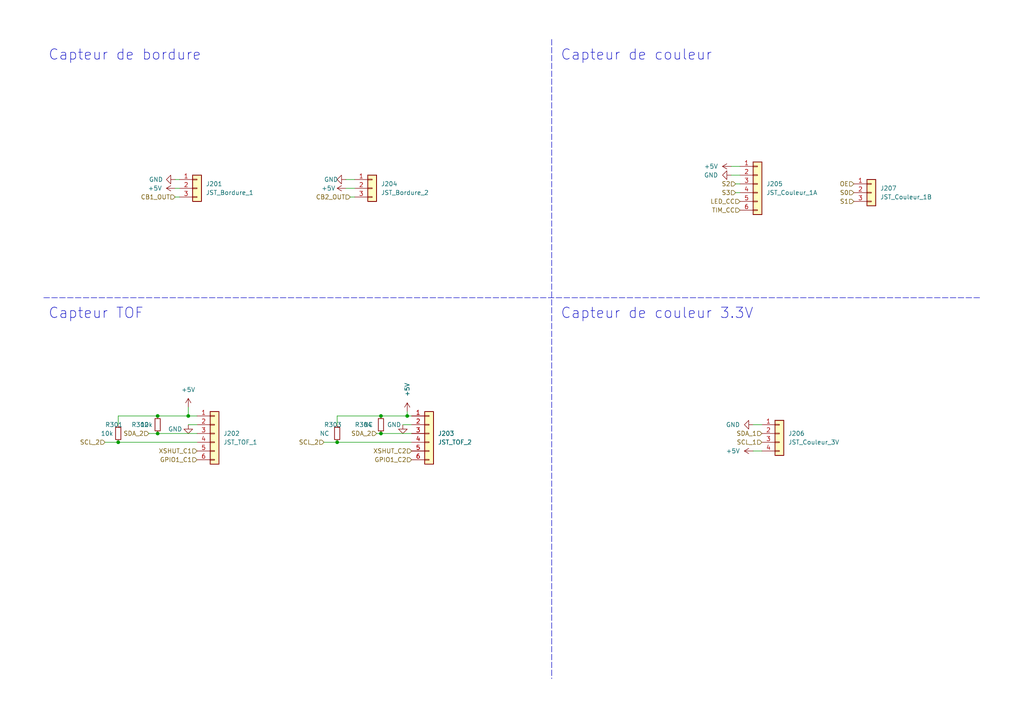
<source format=kicad_sch>
(kicad_sch (version 20211123) (generator eeschema)

  (uuid ec5a4540-0985-495d-a129-6f3345fe34a0)

  (paper "A4")

  (lib_symbols
    (symbol "Connector_Generic:Conn_01x03" (pin_names (offset 1.016) hide) (in_bom yes) (on_board yes)
      (property "Reference" "J" (id 0) (at 0 5.08 0)
        (effects (font (size 1.27 1.27)))
      )
      (property "Value" "Conn_01x03" (id 1) (at 0 -5.08 0)
        (effects (font (size 1.27 1.27)))
      )
      (property "Footprint" "" (id 2) (at 0 0 0)
        (effects (font (size 1.27 1.27)) hide)
      )
      (property "Datasheet" "~" (id 3) (at 0 0 0)
        (effects (font (size 1.27 1.27)) hide)
      )
      (property "ki_keywords" "connector" (id 4) (at 0 0 0)
        (effects (font (size 1.27 1.27)) hide)
      )
      (property "ki_description" "Generic connector, single row, 01x03, script generated (kicad-library-utils/schlib/autogen/connector/)" (id 5) (at 0 0 0)
        (effects (font (size 1.27 1.27)) hide)
      )
      (property "ki_fp_filters" "Connector*:*_1x??_*" (id 6) (at 0 0 0)
        (effects (font (size 1.27 1.27)) hide)
      )
      (symbol "Conn_01x03_1_1"
        (rectangle (start -1.27 -2.413) (end 0 -2.667)
          (stroke (width 0.1524) (type default) (color 0 0 0 0))
          (fill (type none))
        )
        (rectangle (start -1.27 0.127) (end 0 -0.127)
          (stroke (width 0.1524) (type default) (color 0 0 0 0))
          (fill (type none))
        )
        (rectangle (start -1.27 2.667) (end 0 2.413)
          (stroke (width 0.1524) (type default) (color 0 0 0 0))
          (fill (type none))
        )
        (rectangle (start -1.27 3.81) (end 1.27 -3.81)
          (stroke (width 0.254) (type default) (color 0 0 0 0))
          (fill (type background))
        )
        (pin passive line (at -5.08 2.54 0) (length 3.81)
          (name "Pin_1" (effects (font (size 1.27 1.27))))
          (number "1" (effects (font (size 1.27 1.27))))
        )
        (pin passive line (at -5.08 0 0) (length 3.81)
          (name "Pin_2" (effects (font (size 1.27 1.27))))
          (number "2" (effects (font (size 1.27 1.27))))
        )
        (pin passive line (at -5.08 -2.54 0) (length 3.81)
          (name "Pin_3" (effects (font (size 1.27 1.27))))
          (number "3" (effects (font (size 1.27 1.27))))
        )
      )
    )
    (symbol "Connector_Generic:Conn_01x04" (pin_names (offset 1.016) hide) (in_bom yes) (on_board yes)
      (property "Reference" "J" (id 0) (at 0 5.08 0)
        (effects (font (size 1.27 1.27)))
      )
      (property "Value" "Conn_01x04" (id 1) (at 0 -7.62 0)
        (effects (font (size 1.27 1.27)))
      )
      (property "Footprint" "" (id 2) (at 0 0 0)
        (effects (font (size 1.27 1.27)) hide)
      )
      (property "Datasheet" "~" (id 3) (at 0 0 0)
        (effects (font (size 1.27 1.27)) hide)
      )
      (property "ki_keywords" "connector" (id 4) (at 0 0 0)
        (effects (font (size 1.27 1.27)) hide)
      )
      (property "ki_description" "Generic connector, single row, 01x04, script generated (kicad-library-utils/schlib/autogen/connector/)" (id 5) (at 0 0 0)
        (effects (font (size 1.27 1.27)) hide)
      )
      (property "ki_fp_filters" "Connector*:*_1x??_*" (id 6) (at 0 0 0)
        (effects (font (size 1.27 1.27)) hide)
      )
      (symbol "Conn_01x04_1_1"
        (rectangle (start -1.27 -4.953) (end 0 -5.207)
          (stroke (width 0.1524) (type default) (color 0 0 0 0))
          (fill (type none))
        )
        (rectangle (start -1.27 -2.413) (end 0 -2.667)
          (stroke (width 0.1524) (type default) (color 0 0 0 0))
          (fill (type none))
        )
        (rectangle (start -1.27 0.127) (end 0 -0.127)
          (stroke (width 0.1524) (type default) (color 0 0 0 0))
          (fill (type none))
        )
        (rectangle (start -1.27 2.667) (end 0 2.413)
          (stroke (width 0.1524) (type default) (color 0 0 0 0))
          (fill (type none))
        )
        (rectangle (start -1.27 3.81) (end 1.27 -6.35)
          (stroke (width 0.254) (type default) (color 0 0 0 0))
          (fill (type background))
        )
        (pin passive line (at -5.08 2.54 0) (length 3.81)
          (name "Pin_1" (effects (font (size 1.27 1.27))))
          (number "1" (effects (font (size 1.27 1.27))))
        )
        (pin passive line (at -5.08 0 0) (length 3.81)
          (name "Pin_2" (effects (font (size 1.27 1.27))))
          (number "2" (effects (font (size 1.27 1.27))))
        )
        (pin passive line (at -5.08 -2.54 0) (length 3.81)
          (name "Pin_3" (effects (font (size 1.27 1.27))))
          (number "3" (effects (font (size 1.27 1.27))))
        )
        (pin passive line (at -5.08 -5.08 0) (length 3.81)
          (name "Pin_4" (effects (font (size 1.27 1.27))))
          (number "4" (effects (font (size 1.27 1.27))))
        )
      )
    )
    (symbol "Connector_Generic:Conn_01x06" (pin_names (offset 1.016) hide) (in_bom yes) (on_board yes)
      (property "Reference" "J" (id 0) (at 0 7.62 0)
        (effects (font (size 1.27 1.27)))
      )
      (property "Value" "Conn_01x06" (id 1) (at 0 -10.16 0)
        (effects (font (size 1.27 1.27)))
      )
      (property "Footprint" "" (id 2) (at 0 0 0)
        (effects (font (size 1.27 1.27)) hide)
      )
      (property "Datasheet" "~" (id 3) (at 0 0 0)
        (effects (font (size 1.27 1.27)) hide)
      )
      (property "ki_keywords" "connector" (id 4) (at 0 0 0)
        (effects (font (size 1.27 1.27)) hide)
      )
      (property "ki_description" "Generic connector, single row, 01x06, script generated (kicad-library-utils/schlib/autogen/connector/)" (id 5) (at 0 0 0)
        (effects (font (size 1.27 1.27)) hide)
      )
      (property "ki_fp_filters" "Connector*:*_1x??_*" (id 6) (at 0 0 0)
        (effects (font (size 1.27 1.27)) hide)
      )
      (symbol "Conn_01x06_1_1"
        (rectangle (start -1.27 -7.493) (end 0 -7.747)
          (stroke (width 0.1524) (type default) (color 0 0 0 0))
          (fill (type none))
        )
        (rectangle (start -1.27 -4.953) (end 0 -5.207)
          (stroke (width 0.1524) (type default) (color 0 0 0 0))
          (fill (type none))
        )
        (rectangle (start -1.27 -2.413) (end 0 -2.667)
          (stroke (width 0.1524) (type default) (color 0 0 0 0))
          (fill (type none))
        )
        (rectangle (start -1.27 0.127) (end 0 -0.127)
          (stroke (width 0.1524) (type default) (color 0 0 0 0))
          (fill (type none))
        )
        (rectangle (start -1.27 2.667) (end 0 2.413)
          (stroke (width 0.1524) (type default) (color 0 0 0 0))
          (fill (type none))
        )
        (rectangle (start -1.27 5.207) (end 0 4.953)
          (stroke (width 0.1524) (type default) (color 0 0 0 0))
          (fill (type none))
        )
        (rectangle (start -1.27 6.35) (end 1.27 -8.89)
          (stroke (width 0.254) (type default) (color 0 0 0 0))
          (fill (type background))
        )
        (pin passive line (at -5.08 5.08 0) (length 3.81)
          (name "Pin_1" (effects (font (size 1.27 1.27))))
          (number "1" (effects (font (size 1.27 1.27))))
        )
        (pin passive line (at -5.08 2.54 0) (length 3.81)
          (name "Pin_2" (effects (font (size 1.27 1.27))))
          (number "2" (effects (font (size 1.27 1.27))))
        )
        (pin passive line (at -5.08 0 0) (length 3.81)
          (name "Pin_3" (effects (font (size 1.27 1.27))))
          (number "3" (effects (font (size 1.27 1.27))))
        )
        (pin passive line (at -5.08 -2.54 0) (length 3.81)
          (name "Pin_4" (effects (font (size 1.27 1.27))))
          (number "4" (effects (font (size 1.27 1.27))))
        )
        (pin passive line (at -5.08 -5.08 0) (length 3.81)
          (name "Pin_5" (effects (font (size 1.27 1.27))))
          (number "5" (effects (font (size 1.27 1.27))))
        )
        (pin passive line (at -5.08 -7.62 0) (length 3.81)
          (name "Pin_6" (effects (font (size 1.27 1.27))))
          (number "6" (effects (font (size 1.27 1.27))))
        )
      )
    )
    (symbol "Device:R_Small" (pin_numbers hide) (pin_names (offset 0.254) hide) (in_bom yes) (on_board yes)
      (property "Reference" "R" (id 0) (at 0.762 0.508 0)
        (effects (font (size 1.27 1.27)) (justify left))
      )
      (property "Value" "R_Small" (id 1) (at 0.762 -1.016 0)
        (effects (font (size 1.27 1.27)) (justify left))
      )
      (property "Footprint" "" (id 2) (at 0 0 0)
        (effects (font (size 1.27 1.27)) hide)
      )
      (property "Datasheet" "~" (id 3) (at 0 0 0)
        (effects (font (size 1.27 1.27)) hide)
      )
      (property "ki_keywords" "R resistor" (id 4) (at 0 0 0)
        (effects (font (size 1.27 1.27)) hide)
      )
      (property "ki_description" "Resistor, small symbol" (id 5) (at 0 0 0)
        (effects (font (size 1.27 1.27)) hide)
      )
      (property "ki_fp_filters" "R_*" (id 6) (at 0 0 0)
        (effects (font (size 1.27 1.27)) hide)
      )
      (symbol "R_Small_0_1"
        (rectangle (start -0.762 1.778) (end 0.762 -1.778)
          (stroke (width 0.2032) (type default) (color 0 0 0 0))
          (fill (type none))
        )
      )
      (symbol "R_Small_1_1"
        (pin passive line (at 0 2.54 270) (length 0.762)
          (name "~" (effects (font (size 1.27 1.27))))
          (number "1" (effects (font (size 1.27 1.27))))
        )
        (pin passive line (at 0 -2.54 90) (length 0.762)
          (name "~" (effects (font (size 1.27 1.27))))
          (number "2" (effects (font (size 1.27 1.27))))
        )
      )
    )
    (symbol "power:+5V" (power) (pin_names (offset 0)) (in_bom yes) (on_board yes)
      (property "Reference" "#PWR" (id 0) (at 0 -3.81 0)
        (effects (font (size 1.27 1.27)) hide)
      )
      (property "Value" "+5V" (id 1) (at 0 3.556 0)
        (effects (font (size 1.27 1.27)))
      )
      (property "Footprint" "" (id 2) (at 0 0 0)
        (effects (font (size 1.27 1.27)) hide)
      )
      (property "Datasheet" "" (id 3) (at 0 0 0)
        (effects (font (size 1.27 1.27)) hide)
      )
      (property "ki_keywords" "power-flag" (id 4) (at 0 0 0)
        (effects (font (size 1.27 1.27)) hide)
      )
      (property "ki_description" "Power symbol creates a global label with name \"+5V\"" (id 5) (at 0 0 0)
        (effects (font (size 1.27 1.27)) hide)
      )
      (symbol "+5V_0_1"
        (polyline
          (pts
            (xy -0.762 1.27)
            (xy 0 2.54)
          )
          (stroke (width 0) (type default) (color 0 0 0 0))
          (fill (type none))
        )
        (polyline
          (pts
            (xy 0 0)
            (xy 0 2.54)
          )
          (stroke (width 0) (type default) (color 0 0 0 0))
          (fill (type none))
        )
        (polyline
          (pts
            (xy 0 2.54)
            (xy 0.762 1.27)
          )
          (stroke (width 0) (type default) (color 0 0 0 0))
          (fill (type none))
        )
      )
      (symbol "+5V_1_1"
        (pin power_in line (at 0 0 90) (length 0) hide
          (name "+5V" (effects (font (size 1.27 1.27))))
          (number "1" (effects (font (size 1.27 1.27))))
        )
      )
    )
    (symbol "power:GND" (power) (pin_names (offset 0)) (in_bom yes) (on_board yes)
      (property "Reference" "#PWR" (id 0) (at 0 -6.35 0)
        (effects (font (size 1.27 1.27)) hide)
      )
      (property "Value" "GND" (id 1) (at 0 -3.81 0)
        (effects (font (size 1.27 1.27)))
      )
      (property "Footprint" "" (id 2) (at 0 0 0)
        (effects (font (size 1.27 1.27)) hide)
      )
      (property "Datasheet" "" (id 3) (at 0 0 0)
        (effects (font (size 1.27 1.27)) hide)
      )
      (property "ki_keywords" "power-flag" (id 4) (at 0 0 0)
        (effects (font (size 1.27 1.27)) hide)
      )
      (property "ki_description" "Power symbol creates a global label with name \"GND\" , ground" (id 5) (at 0 0 0)
        (effects (font (size 1.27 1.27)) hide)
      )
      (symbol "GND_0_1"
        (polyline
          (pts
            (xy 0 0)
            (xy 0 -1.27)
            (xy 1.27 -1.27)
            (xy 0 -2.54)
            (xy -1.27 -1.27)
            (xy 0 -1.27)
          )
          (stroke (width 0) (type default) (color 0 0 0 0))
          (fill (type none))
        )
      )
      (symbol "GND_1_1"
        (pin power_in line (at 0 0 270) (length 0) hide
          (name "GND" (effects (font (size 1.27 1.27))))
          (number "1" (effects (font (size 1.27 1.27))))
        )
      )
    )
  )

  (junction (at 97.79 128.27) (diameter 0) (color 0 0 0 0)
    (uuid 808d06c7-fc33-462d-9694-96d8f99d5ff0)
  )
  (junction (at 34.29 128.27) (diameter 0) (color 0 0 0 0)
    (uuid 903a1ca5-797e-4239-a8ec-f4db9fe35c76)
  )
  (junction (at 45.72 120.65) (diameter 0) (color 0 0 0 0)
    (uuid a97b441b-734f-4592-a431-1e87f507c8f7)
  )
  (junction (at 118.11 120.65) (diameter 0) (color 0 0 0 0)
    (uuid b57e7850-5f41-44b9-a579-c04e914b12f6)
  )
  (junction (at 45.72 125.73) (diameter 0) (color 0 0 0 0)
    (uuid c01135f3-284f-4694-85c7-6c84daa17a95)
  )
  (junction (at 110.49 120.65) (diameter 0) (color 0 0 0 0)
    (uuid c5d2ecb1-ba6c-4c21-bf25-db2217d9f37e)
  )
  (junction (at 54.61 120.65) (diameter 0) (color 0 0 0 0)
    (uuid d48a8670-c3ad-4110-be8f-2bd87dcf0429)
  )
  (junction (at 110.49 125.73) (diameter 0) (color 0 0 0 0)
    (uuid ff3abda5-d26e-4d0d-a4fb-45b45dbca722)
  )

  (wire (pts (xy 97.79 123.19) (xy 97.79 120.65))
    (stroke (width 0) (type default) (color 0 0 0 0))
    (uuid 07e5b2a8-6e02-4b1f-a0b2-8e4e3b55c5af)
  )
  (wire (pts (xy 45.72 120.65) (xy 54.61 120.65))
    (stroke (width 0) (type default) (color 0 0 0 0))
    (uuid 0b369780-0517-434b-a132-bbe93e57bed1)
  )
  (wire (pts (xy 213.36 53.34) (xy 214.63 53.34))
    (stroke (width 0) (type default) (color 0 0 0 0))
    (uuid 10b317ba-7b01-4106-9908-cd17a73e078c)
  )
  (wire (pts (xy 97.79 120.65) (xy 110.49 120.65))
    (stroke (width 0) (type default) (color 0 0 0 0))
    (uuid 1152cbcb-e1bb-49ab-a858-dd56e108628d)
  )
  (wire (pts (xy 212.09 48.26) (xy 214.63 48.26))
    (stroke (width 0) (type default) (color 0 0 0 0))
    (uuid 12b114b7-2649-4235-b184-f9adfda24af8)
  )
  (wire (pts (xy 34.29 120.65) (xy 34.29 123.19))
    (stroke (width 0) (type default) (color 0 0 0 0))
    (uuid 18f89c8f-e5a0-4644-b81e-d149046432dd)
  )
  (wire (pts (xy 50.8 57.15) (xy 52.07 57.15))
    (stroke (width 0) (type default) (color 0 0 0 0))
    (uuid 1aaa90ca-cb41-41fc-9f2e-4d3df022866e)
  )
  (polyline (pts (xy 160.02 11.43) (xy 160.02 196.85))
    (stroke (width 0) (type default) (color 0 0 0 0))
    (uuid 25d3e3ec-2194-4059-a85a-408fbb29deee)
  )

  (wire (pts (xy 34.29 128.27) (xy 57.15 128.27))
    (stroke (width 0) (type default) (color 0 0 0 0))
    (uuid 3099f034-f2c3-4578-a33b-f454d73caab0)
  )
  (wire (pts (xy 218.44 130.81) (xy 220.98 130.81))
    (stroke (width 0) (type default) (color 0 0 0 0))
    (uuid 3414f45f-d95d-4868-867e-1cbe7fbdaf93)
  )
  (wire (pts (xy 213.36 55.88) (xy 214.63 55.88))
    (stroke (width 0) (type default) (color 0 0 0 0))
    (uuid 573912ac-a50c-4f06-b419-0cd2e14c948e)
  )
  (wire (pts (xy 34.29 120.65) (xy 45.72 120.65))
    (stroke (width 0) (type default) (color 0 0 0 0))
    (uuid 577f71ae-76b4-43a5-a996-c180d363856f)
  )
  (wire (pts (xy 119.38 120.65) (xy 118.11 120.65))
    (stroke (width 0) (type default) (color 0 0 0 0))
    (uuid 5b8f0033-a297-4858-a5e3-76acaa2b166e)
  )
  (wire (pts (xy 212.09 50.8) (xy 214.63 50.8))
    (stroke (width 0) (type default) (color 0 0 0 0))
    (uuid 60048984-8d78-4981-8d7b-ff4ec8dbe246)
  )
  (wire (pts (xy 101.6 57.15) (xy 102.87 57.15))
    (stroke (width 0) (type default) (color 0 0 0 0))
    (uuid 601f0877-3e4c-41cc-b436-9fdb4937567d)
  )
  (wire (pts (xy 110.49 120.65) (xy 118.11 120.65))
    (stroke (width 0) (type default) (color 0 0 0 0))
    (uuid 731362ce-bfd4-471f-b77f-182830b4e498)
  )
  (wire (pts (xy 54.61 120.65) (xy 57.15 120.65))
    (stroke (width 0) (type default) (color 0 0 0 0))
    (uuid 7643c57b-313a-4cf8-9134-7757f3342699)
  )
  (wire (pts (xy 30.48 128.27) (xy 34.29 128.27))
    (stroke (width 0) (type default) (color 0 0 0 0))
    (uuid 78dd936a-fbb9-4d37-a7f7-8316dd45c0ac)
  )
  (wire (pts (xy 93.98 128.27) (xy 97.79 128.27))
    (stroke (width 0) (type default) (color 0 0 0 0))
    (uuid 7f647e44-e522-4f68-9d30-6abab621d927)
  )
  (polyline (pts (xy 12.7 86.36) (xy 284.48 86.36))
    (stroke (width 0) (type default) (color 0 0 0 0))
    (uuid 82acf130-d7d8-4164-ab4d-b777c178c28e)
  )

  (wire (pts (xy 50.8 52.07) (xy 52.07 52.07))
    (stroke (width 0) (type default) (color 0 0 0 0))
    (uuid 99337815-17c1-44e6-870d-3959cb3659e3)
  )
  (wire (pts (xy 118.11 120.65) (xy 118.11 119.38))
    (stroke (width 0) (type default) (color 0 0 0 0))
    (uuid 9fc550ec-16c1-4cab-abcd-1e8f18409c0c)
  )
  (wire (pts (xy 100.33 52.07) (xy 102.87 52.07))
    (stroke (width 0) (type default) (color 0 0 0 0))
    (uuid a4a68c57-c987-46ab-840e-728bdb99af42)
  )
  (wire (pts (xy 50.8 54.61) (xy 52.07 54.61))
    (stroke (width 0) (type default) (color 0 0 0 0))
    (uuid a6fa7d41-841b-4c98-a727-7656631e3268)
  )
  (wire (pts (xy 97.79 128.27) (xy 119.38 128.27))
    (stroke (width 0) (type default) (color 0 0 0 0))
    (uuid a7799177-f96c-4cff-9009-0bbf0c63c71f)
  )
  (wire (pts (xy 110.49 125.73) (xy 119.38 125.73))
    (stroke (width 0) (type default) (color 0 0 0 0))
    (uuid a9104fe9-400d-45c8-9b11-bbd04130f260)
  )
  (wire (pts (xy 100.33 54.61) (xy 102.87 54.61))
    (stroke (width 0) (type default) (color 0 0 0 0))
    (uuid b3457a69-91d2-4356-babf-6aba675180c8)
  )
  (wire (pts (xy 109.22 125.73) (xy 110.49 125.73))
    (stroke (width 0) (type default) (color 0 0 0 0))
    (uuid ba1190f3-a19f-4854-82af-b7236bff2003)
  )
  (wire (pts (xy 218.44 123.19) (xy 220.98 123.19))
    (stroke (width 0) (type default) (color 0 0 0 0))
    (uuid c983fb7d-1799-4a03-98da-34901bcc1c34)
  )
  (wire (pts (xy 54.61 123.19) (xy 57.15 123.19))
    (stroke (width 0) (type default) (color 0 0 0 0))
    (uuid ce8a242d-1319-48eb-b141-ed1c571fc1fd)
  )
  (wire (pts (xy 54.61 118.11) (xy 54.61 120.65))
    (stroke (width 0) (type default) (color 0 0 0 0))
    (uuid cfb6df8b-9249-4265-bbe7-0836e318ac61)
  )
  (wire (pts (xy 116.84 123.19) (xy 119.38 123.19))
    (stroke (width 0) (type default) (color 0 0 0 0))
    (uuid e1446e14-dd6f-4bbd-9f03-0403bf3ddb23)
  )
  (wire (pts (xy 43.18 125.73) (xy 45.72 125.73))
    (stroke (width 0) (type default) (color 0 0 0 0))
    (uuid f4f00f54-2503-4452-8cf8-42a339add64a)
  )
  (wire (pts (xy 45.72 125.73) (xy 57.15 125.73))
    (stroke (width 0) (type default) (color 0 0 0 0))
    (uuid f75cab94-d0f9-4e38-8eec-8b721e7e2c70)
  )

  (text "Capteur de couleur" (at 162.56 17.78 0)
    (effects (font (size 3 3)) (justify left bottom))
    (uuid 2ad18a70-921a-4d77-86c2-1be8d6cb6bb9)
  )
  (text "Capteur TOF" (at 13.97 92.71 0)
    (effects (font (size 3 3)) (justify left bottom))
    (uuid 933498c6-9ae8-4196-bc4d-680968e25a13)
  )
  (text "Capteur de couleur 3.3V" (at 162.56 92.71 0)
    (effects (font (size 3 3)) (justify left bottom))
    (uuid c2ea9499-5cad-4c2e-91f2-9bfd20015a95)
  )
  (text "Capteur de bordure\n" (at 13.97 17.78 0)
    (effects (font (size 3 3)) (justify left bottom))
    (uuid fc2d3ffb-a9d7-4dd2-8318-e4214e750106)
  )

  (hierarchical_label "GPIO1_C1" (shape input) (at 57.15 133.35 180)
    (effects (font (size 1.27 1.27)) (justify right))
    (uuid 04d87197-e9b5-476d-be7b-4eb8375239c8)
  )
  (hierarchical_label "OE" (shape input) (at 247.65 53.34 180)
    (effects (font (size 1.27 1.27)) (justify right))
    (uuid 0ab1f21f-55e3-4965-8159-35f030bc784d)
  )
  (hierarchical_label "SDA_2" (shape input) (at 43.18 125.73 180)
    (effects (font (size 1.27 1.27)) (justify right))
    (uuid 15cea1f4-70c2-4544-9512-9bb18715b907)
  )
  (hierarchical_label "S3" (shape input) (at 213.36 55.88 180)
    (effects (font (size 1.27 1.27)) (justify right))
    (uuid 3f566584-dd9d-48fc-b5c0-3cf80ba4f414)
  )
  (hierarchical_label "SCL_2" (shape input) (at 93.98 128.27 180)
    (effects (font (size 1.27 1.27)) (justify right))
    (uuid 41bb7fe7-3600-43c9-b2e4-5fb753beb1c9)
  )
  (hierarchical_label "SCL_2" (shape input) (at 30.48 128.27 180)
    (effects (font (size 1.27 1.27)) (justify right))
    (uuid 47952290-4c50-4226-b1ab-652c3e19f7ef)
  )
  (hierarchical_label "SCL_1" (shape input) (at 220.98 128.27 180)
    (effects (font (size 1.27 1.27)) (justify right))
    (uuid 4f19864d-4dee-4539-994b-d2c74b7ccfbf)
  )
  (hierarchical_label "S1" (shape input) (at 247.65 58.42 180)
    (effects (font (size 1.27 1.27)) (justify right))
    (uuid 6ea5e5b6-231a-40cf-891b-f5e1b1b665ed)
  )
  (hierarchical_label "XSHUT_C2" (shape input) (at 119.38 130.81 180)
    (effects (font (size 1.27 1.27)) (justify right))
    (uuid 6fa56544-e321-41ee-a6c7-b151c924415d)
  )
  (hierarchical_label "LED_CC" (shape input) (at 214.63 58.42 180)
    (effects (font (size 1.27 1.27)) (justify right))
    (uuid 84dbc002-b72b-4a86-93fd-feaffcdd38e4)
  )
  (hierarchical_label "CB1_OUT" (shape input) (at 50.8 57.15 180)
    (effects (font (size 1.27 1.27)) (justify right))
    (uuid 9068ae9a-abad-4d99-984a-77745834fd0b)
  )
  (hierarchical_label "CB2_OUT" (shape input) (at 101.6 57.15 180)
    (effects (font (size 1.27 1.27)) (justify right))
    (uuid a34cfd5c-11af-41e1-b2eb-cadbb703081a)
  )
  (hierarchical_label "SDA_1" (shape input) (at 220.98 125.73 180)
    (effects (font (size 1.27 1.27)) (justify right))
    (uuid ad3e16e0-a751-483d-9813-9ee14f5324ab)
  )
  (hierarchical_label "GPIO1_C2" (shape input) (at 119.38 133.35 180)
    (effects (font (size 1.27 1.27)) (justify right))
    (uuid b11393cb-6d0a-4849-9cbf-64d6538991a4)
  )
  (hierarchical_label "SDA_2" (shape input) (at 109.22 125.73 180)
    (effects (font (size 1.27 1.27)) (justify right))
    (uuid b6b9d4f1-0182-49f0-a301-28b2c045b8bf)
  )
  (hierarchical_label "S2" (shape input) (at 213.36 53.34 180)
    (effects (font (size 1.27 1.27)) (justify right))
    (uuid b7720739-9264-40e6-9f01-8b246bb7a69a)
  )
  (hierarchical_label "S0" (shape input) (at 247.65 55.88 180)
    (effects (font (size 1.27 1.27)) (justify right))
    (uuid bd195daa-e8a3-4704-aac1-f9e476db13f7)
  )
  (hierarchical_label "TIM_CC" (shape input) (at 214.63 60.96 180)
    (effects (font (size 1.27 1.27)) (justify right))
    (uuid d7466375-4d00-45f5-a57f-60decc3acca0)
  )
  (hierarchical_label "XSHUT_C1" (shape input) (at 57.15 130.81 180)
    (effects (font (size 1.27 1.27)) (justify right))
    (uuid e64abac7-9ee3-4136-b43f-56e7b3986e24)
  )

  (symbol (lib_id "Device:R_Small") (at 45.72 123.19 0) (unit 1)
    (in_bom yes) (on_board yes)
    (uuid 01d9cedc-eec4-438f-82a9-32c94b9e87ad)
    (property "Reference" "R302" (id 0) (at 38.1 123.19 0)
      (effects (font (size 1.27 1.27)) (justify left))
    )
    (property "Value" "10k" (id 1) (at 40.64 123.19 0)
      (effects (font (size 1.27 1.27)) (justify left))
    )
    (property "Footprint" "Resistor_SMD:R_0603_1608Metric_Pad0.98x0.95mm_HandSolder" (id 2) (at 45.72 123.19 0)
      (effects (font (size 1.27 1.27)) hide)
    )
    (property "Datasheet" "~" (id 3) (at 45.72 123.19 0)
      (effects (font (size 1.27 1.27)) hide)
    )
    (pin "1" (uuid 7fe7ec63-c3f4-429e-bab4-b1b12d5ef588))
    (pin "2" (uuid 30244db8-3908-4cbe-a748-d98e2f15b269))
  )

  (symbol (lib_id "Connector_Generic:Conn_01x03") (at 107.95 54.61 0) (unit 1)
    (in_bom yes) (on_board yes) (fields_autoplaced)
    (uuid 15c2a788-86f9-41e6-927f-0ea04005bff0)
    (property "Reference" "J204" (id 0) (at 110.49 53.3399 0)
      (effects (font (size 1.27 1.27)) (justify left))
    )
    (property "Value" "JST_Bordure_2" (id 1) (at 110.49 55.8799 0)
      (effects (font (size 1.27 1.27)) (justify left))
    )
    (property "Footprint" "Connector_JST:JST_XH_B3B-XH-A_1x03_P2.50mm_Vertical" (id 2) (at 107.95 54.61 0)
      (effects (font (size 1.27 1.27)) hide)
    )
    (property "Datasheet" "~" (id 3) (at 107.95 54.61 0)
      (effects (font (size 1.27 1.27)) hide)
    )
    (pin "1" (uuid 9663d34b-f877-4744-af4f-ba3e968ace89))
    (pin "2" (uuid 59b6868b-3d11-4aae-9263-46a120dc586e))
    (pin "3" (uuid c068f0de-eab4-494e-8e78-3a032ca321ab))
  )

  (symbol (lib_id "power:+5V") (at 100.33 54.61 90) (unit 1)
    (in_bom yes) (on_board yes)
    (uuid 1a1a7b9f-6194-467c-a081-d9fd3e7d0270)
    (property "Reference" "#PWR0317" (id 0) (at 104.14 54.61 0)
      (effects (font (size 1.27 1.27)) hide)
    )
    (property "Value" "+5V" (id 1) (at 95.25 54.61 90))
    (property "Footprint" "" (id 2) (at 100.33 54.61 0)
      (effects (font (size 1.27 1.27)) hide)
    )
    (property "Datasheet" "" (id 3) (at 100.33 54.61 0)
      (effects (font (size 1.27 1.27)) hide)
    )
    (pin "1" (uuid cd8a4f11-57b7-4058-9597-85eb77def9ee))
  )

  (symbol (lib_id "Connector_Generic:Conn_01x03") (at 252.73 55.88 0) (unit 1)
    (in_bom yes) (on_board yes) (fields_autoplaced)
    (uuid 2d9b734e-ca03-4266-afaf-c4defd37d608)
    (property "Reference" "J207" (id 0) (at 255.27 54.6099 0)
      (effects (font (size 1.27 1.27)) (justify left))
    )
    (property "Value" "JST_Couleur_1B" (id 1) (at 255.27 57.1499 0)
      (effects (font (size 1.27 1.27)) (justify left))
    )
    (property "Footprint" "Connector_JST:JST_XH_B3B-XH-A_1x03_P2.50mm_Vertical" (id 2) (at 252.73 55.88 0)
      (effects (font (size 1.27 1.27)) hide)
    )
    (property "Datasheet" "~" (id 3) (at 252.73 55.88 0)
      (effects (font (size 1.27 1.27)) hide)
    )
    (pin "1" (uuid 219e12c2-9464-44d9-b1cc-b1cdefbfcfe2))
    (pin "2" (uuid 36ee2153-11ea-4b64-ae7b-2fd1c8d3701f))
    (pin "3" (uuid f7e2a888-ce86-4cf0-9ae3-828942701f74))
  )

  (symbol (lib_id "Connector_Generic:Conn_01x03") (at 57.15 54.61 0) (unit 1)
    (in_bom yes) (on_board yes) (fields_autoplaced)
    (uuid 3ff01324-59a8-47f7-8a22-9861ba76fddb)
    (property "Reference" "J201" (id 0) (at 59.69 53.3399 0)
      (effects (font (size 1.27 1.27)) (justify left))
    )
    (property "Value" "JST_Bordure_1" (id 1) (at 59.69 55.8799 0)
      (effects (font (size 1.27 1.27)) (justify left))
    )
    (property "Footprint" "Connector_JST:JST_XH_B3B-XH-A_1x03_P2.50mm_Vertical" (id 2) (at 57.15 54.61 0)
      (effects (font (size 1.27 1.27)) hide)
    )
    (property "Datasheet" "~" (id 3) (at 57.15 54.61 0)
      (effects (font (size 1.27 1.27)) hide)
    )
    (pin "1" (uuid 9b97a4ba-feb6-4c6d-bc25-a40c46bb3114))
    (pin "2" (uuid 136b5b76-4be8-4b7d-98fd-b1e1533241a3))
    (pin "3" (uuid 8a49df5f-ec74-429a-8931-190475ad7878))
  )

  (symbol (lib_id "Connector_Generic:Conn_01x04") (at 226.06 125.73 0) (unit 1)
    (in_bom yes) (on_board yes) (fields_autoplaced)
    (uuid 576ebc35-db23-41dc-9ded-5fa7ac3613f6)
    (property "Reference" "J206" (id 0) (at 228.6 125.7299 0)
      (effects (font (size 1.27 1.27)) (justify left))
    )
    (property "Value" "JST_Couleur_3V" (id 1) (at 228.6 128.2699 0)
      (effects (font (size 1.27 1.27)) (justify left))
    )
    (property "Footprint" "Connector_JST:JST_XH_B4B-XH-A_1x04_P2.50mm_Vertical" (id 2) (at 226.06 125.73 0)
      (effects (font (size 1.27 1.27)) hide)
    )
    (property "Datasheet" "~" (id 3) (at 226.06 125.73 0)
      (effects (font (size 1.27 1.27)) hide)
    )
    (pin "1" (uuid 720822d1-4cd2-4440-a80c-0f7b3d61294f))
    (pin "2" (uuid b4beb939-eb78-417a-8924-230ca7dfd7ca))
    (pin "3" (uuid adb95a33-6e6e-4785-bc6c-de0ec1717363))
    (pin "4" (uuid 5ff72938-5b4d-4c0c-9046-a23ea20902d8))
  )

  (symbol (lib_id "Device:R_Small") (at 110.49 123.19 0) (unit 1)
    (in_bom yes) (on_board yes)
    (uuid 834859be-1d22-4cfd-a0ab-4093db920c69)
    (property "Reference" "R304" (id 0) (at 102.87 123.19 0)
      (effects (font (size 1.27 1.27)) (justify left))
    )
    (property "Value" "NC" (id 1) (at 105.41 123.19 0)
      (effects (font (size 1.27 1.27)) (justify left))
    )
    (property "Footprint" "Resistor_SMD:R_0603_1608Metric_Pad0.98x0.95mm_HandSolder" (id 2) (at 110.49 123.19 0)
      (effects (font (size 1.27 1.27)) hide)
    )
    (property "Datasheet" "~" (id 3) (at 110.49 123.19 0)
      (effects (font (size 1.27 1.27)) hide)
    )
    (pin "1" (uuid b1e0c95f-e756-475b-8fa8-8ac0a4f809d9))
    (pin "2" (uuid c74b68e9-602b-47f5-8f2f-6088fd6b4ea0))
  )

  (symbol (lib_id "power:+5V") (at 118.11 119.38 0) (unit 1)
    (in_bom yes) (on_board yes)
    (uuid 845df0fb-18fd-4ed9-9be2-bed5af608264)
    (property "Reference" "#PWR0319" (id 0) (at 118.11 123.19 0)
      (effects (font (size 1.27 1.27)) hide)
    )
    (property "Value" "+5V" (id 1) (at 118.11 113.03 90))
    (property "Footprint" "" (id 2) (at 118.11 119.38 0)
      (effects (font (size 1.27 1.27)) hide)
    )
    (property "Datasheet" "" (id 3) (at 118.11 119.38 0)
      (effects (font (size 1.27 1.27)) hide)
    )
    (pin "1" (uuid 80aa8e98-1239-4e5f-9b52-2ec47d9da05b))
  )

  (symbol (lib_id "power:GND") (at 100.33 52.07 270) (unit 1)
    (in_bom yes) (on_board yes)
    (uuid 876d2f50-a33b-4691-bbea-4ae99799d1fb)
    (property "Reference" "#PWR0316" (id 0) (at 93.98 52.07 0)
      (effects (font (size 1.27 1.27)) hide)
    )
    (property "Value" "GND" (id 1) (at 93.98 52.07 90)
      (effects (font (size 1.27 1.27)) (justify left))
    )
    (property "Footprint" "" (id 2) (at 100.33 52.07 0)
      (effects (font (size 1.27 1.27)) hide)
    )
    (property "Datasheet" "" (id 3) (at 100.33 52.07 0)
      (effects (font (size 1.27 1.27)) hide)
    )
    (pin "1" (uuid 110274a1-b63c-44c7-b92f-0545f0aaace2))
  )

  (symbol (lib_id "Connector_Generic:Conn_01x06") (at 219.71 53.34 0) (unit 1)
    (in_bom yes) (on_board yes) (fields_autoplaced)
    (uuid a95b498e-65f7-49da-bafe-f10d803bd71e)
    (property "Reference" "J205" (id 0) (at 222.25 53.3399 0)
      (effects (font (size 1.27 1.27)) (justify left))
    )
    (property "Value" "JST_Couleur_1A" (id 1) (at 222.25 55.8799 0)
      (effects (font (size 1.27 1.27)) (justify left))
    )
    (property "Footprint" "Connector_JST:JST_XH_B6B-XH-A_1x06_P2.50mm_Vertical" (id 2) (at 219.71 53.34 0)
      (effects (font (size 1.27 1.27)) hide)
    )
    (property "Datasheet" "~" (id 3) (at 219.71 53.34 0)
      (effects (font (size 1.27 1.27)) hide)
    )
    (pin "1" (uuid 4be9d2cc-d094-4142-bcc2-90f59aef42d3))
    (pin "2" (uuid a2b79b32-500b-4a50-8f18-7a6687801c22))
    (pin "3" (uuid 8d0c1bb6-d750-411c-a3a8-8f63a41cd1be))
    (pin "4" (uuid 594aae5b-14cd-4659-ad7e-ecfc1b144c8c))
    (pin "5" (uuid 6271c1f7-adae-4a09-9037-004636910e20))
    (pin "6" (uuid d6b59b9d-f17c-4ec1-8eb9-084fdef77712))
  )

  (symbol (lib_id "power:GND") (at 218.44 123.19 270) (unit 1)
    (in_bom yes) (on_board yes) (fields_autoplaced)
    (uuid aa1617aa-c188-4657-b98c-09308bc9aac5)
    (property "Reference" "#PWR0322" (id 0) (at 212.09 123.19 0)
      (effects (font (size 1.27 1.27)) hide)
    )
    (property "Value" "GND" (id 1) (at 214.63 123.1899 90)
      (effects (font (size 1.27 1.27)) (justify right))
    )
    (property "Footprint" "" (id 2) (at 218.44 123.19 0)
      (effects (font (size 1.27 1.27)) hide)
    )
    (property "Datasheet" "" (id 3) (at 218.44 123.19 0)
      (effects (font (size 1.27 1.27)) hide)
    )
    (pin "1" (uuid 81863e23-c858-40f4-98e1-4412cd2a232d))
  )

  (symbol (lib_id "power:GND") (at 54.61 123.19 0) (unit 1)
    (in_bom yes) (on_board yes)
    (uuid b2ed15d5-7fb4-4a22-875b-51dbe0f3dfed)
    (property "Reference" "#PWR0315" (id 0) (at 54.61 129.54 0)
      (effects (font (size 1.27 1.27)) hide)
    )
    (property "Value" "GND" (id 1) (at 50.8 124.46 0))
    (property "Footprint" "" (id 2) (at 54.61 123.19 0)
      (effects (font (size 1.27 1.27)) hide)
    )
    (property "Datasheet" "" (id 3) (at 54.61 123.19 0)
      (effects (font (size 1.27 1.27)) hide)
    )
    (pin "1" (uuid 2743d276-158f-4a4d-b090-bbb9ffefad8f))
  )

  (symbol (lib_id "power:GND") (at 212.09 50.8 270) (unit 1)
    (in_bom yes) (on_board yes) (fields_autoplaced)
    (uuid d3568faa-e61c-4209-a634-a558765e032b)
    (property "Reference" "#PWR0321" (id 0) (at 205.74 50.8 0)
      (effects (font (size 1.27 1.27)) hide)
    )
    (property "Value" "GND" (id 1) (at 208.28 50.7999 90)
      (effects (font (size 1.27 1.27)) (justify right))
    )
    (property "Footprint" "" (id 2) (at 212.09 50.8 0)
      (effects (font (size 1.27 1.27)) hide)
    )
    (property "Datasheet" "" (id 3) (at 212.09 50.8 0)
      (effects (font (size 1.27 1.27)) hide)
    )
    (pin "1" (uuid 5e2d16ce-3590-45fa-a190-30bb1f5a9379))
  )

  (symbol (lib_id "power:GND") (at 116.84 123.19 0) (unit 1)
    (in_bom yes) (on_board yes)
    (uuid d7003b55-385d-4462-9c03-fd828d03c24a)
    (property "Reference" "#PWR0318" (id 0) (at 116.84 129.54 0)
      (effects (font (size 1.27 1.27)) hide)
    )
    (property "Value" "GND" (id 1) (at 114.3 123.19 0))
    (property "Footprint" "" (id 2) (at 116.84 123.19 0)
      (effects (font (size 1.27 1.27)) hide)
    )
    (property "Datasheet" "" (id 3) (at 116.84 123.19 0)
      (effects (font (size 1.27 1.27)) hide)
    )
    (pin "1" (uuid 03727180-9c08-4760-9c68-a8c077a4e7fd))
  )

  (symbol (lib_id "power:+5V") (at 218.44 130.81 90) (unit 1)
    (in_bom yes) (on_board yes) (fields_autoplaced)
    (uuid d9afc21b-140c-48da-954f-7838291ac001)
    (property "Reference" "#PWR0323" (id 0) (at 222.25 130.81 0)
      (effects (font (size 1.27 1.27)) hide)
    )
    (property "Value" "+5V" (id 1) (at 214.63 130.8099 90)
      (effects (font (size 1.27 1.27)) (justify left))
    )
    (property "Footprint" "" (id 2) (at 218.44 130.81 0)
      (effects (font (size 1.27 1.27)) hide)
    )
    (property "Datasheet" "" (id 3) (at 218.44 130.81 0)
      (effects (font (size 1.27 1.27)) hide)
    )
    (pin "1" (uuid d17a8395-ae4d-4037-b6a0-d020e994a9d6))
  )

  (symbol (lib_id "Device:R_Small") (at 97.79 125.73 0) (unit 1)
    (in_bom yes) (on_board yes)
    (uuid e1ed3837-9518-415c-9402-ee50ee5f96d3)
    (property "Reference" "R303" (id 0) (at 93.98 123.19 0)
      (effects (font (size 1.27 1.27)) (justify left))
    )
    (property "Value" "NC" (id 1) (at 92.71 125.73 0)
      (effects (font (size 1.27 1.27)) (justify left))
    )
    (property "Footprint" "Resistor_SMD:R_0603_1608Metric_Pad0.98x0.95mm_HandSolder" (id 2) (at 97.79 125.73 0)
      (effects (font (size 1.27 1.27)) hide)
    )
    (property "Datasheet" "~" (id 3) (at 97.79 125.73 0)
      (effects (font (size 1.27 1.27)) hide)
    )
    (pin "1" (uuid 77aed194-8914-4900-9af1-7c28d81d4a5f))
    (pin "2" (uuid aa20f725-d430-45b3-aeef-5240d55f2193))
  )

  (symbol (lib_id "power:+5V") (at 50.8 54.61 90) (unit 1)
    (in_bom yes) (on_board yes) (fields_autoplaced)
    (uuid e6436a87-6c8a-405a-94f4-6397ea022201)
    (property "Reference" "#PWR0313" (id 0) (at 54.61 54.61 0)
      (effects (font (size 1.27 1.27)) hide)
    )
    (property "Value" "+5V" (id 1) (at 46.99 54.6099 90)
      (effects (font (size 1.27 1.27)) (justify left))
    )
    (property "Footprint" "" (id 2) (at 50.8 54.61 0)
      (effects (font (size 1.27 1.27)) hide)
    )
    (property "Datasheet" "" (id 3) (at 50.8 54.61 0)
      (effects (font (size 1.27 1.27)) hide)
    )
    (pin "1" (uuid 63b34d8d-5a35-4252-98ec-4c042bc85ba7))
  )

  (symbol (lib_id "power:GND") (at 50.8 52.07 270) (unit 1)
    (in_bom yes) (on_board yes)
    (uuid e7b071ee-d86a-4c15-9744-8bc0e2cf9b65)
    (property "Reference" "#PWR0312" (id 0) (at 44.45 52.07 0)
      (effects (font (size 1.27 1.27)) hide)
    )
    (property "Value" "GND" (id 1) (at 43.18 52.07 90)
      (effects (font (size 1.27 1.27)) (justify left))
    )
    (property "Footprint" "" (id 2) (at 50.8 52.07 0)
      (effects (font (size 1.27 1.27)) hide)
    )
    (property "Datasheet" "" (id 3) (at 50.8 52.07 0)
      (effects (font (size 1.27 1.27)) hide)
    )
    (pin "1" (uuid b04c083e-9b02-4813-a1d4-d5036675630c))
  )

  (symbol (lib_id "power:+5V") (at 54.61 118.11 0) (unit 1)
    (in_bom yes) (on_board yes) (fields_autoplaced)
    (uuid e8da1875-2015-4089-af88-b9b3ebc8f4b3)
    (property "Reference" "#PWR0314" (id 0) (at 54.61 121.92 0)
      (effects (font (size 1.27 1.27)) hide)
    )
    (property "Value" "+5V" (id 1) (at 54.61 113.03 0))
    (property "Footprint" "" (id 2) (at 54.61 118.11 0)
      (effects (font (size 1.27 1.27)) hide)
    )
    (property "Datasheet" "" (id 3) (at 54.61 118.11 0)
      (effects (font (size 1.27 1.27)) hide)
    )
    (pin "1" (uuid d94ad74a-abb6-4302-9517-2509b1e385ba))
  )

  (symbol (lib_id "power:+5V") (at 212.09 48.26 90) (unit 1)
    (in_bom yes) (on_board yes) (fields_autoplaced)
    (uuid e94c5692-3e4e-4a70-94f2-a264fef51b5d)
    (property "Reference" "#PWR0320" (id 0) (at 215.9 48.26 0)
      (effects (font (size 1.27 1.27)) hide)
    )
    (property "Value" "+5V" (id 1) (at 208.28 48.2599 90)
      (effects (font (size 1.27 1.27)) (justify left))
    )
    (property "Footprint" "" (id 2) (at 212.09 48.26 0)
      (effects (font (size 1.27 1.27)) hide)
    )
    (property "Datasheet" "" (id 3) (at 212.09 48.26 0)
      (effects (font (size 1.27 1.27)) hide)
    )
    (pin "1" (uuid 94a88939-8abe-403e-b405-eec7141db2fc))
  )

  (symbol (lib_id "Device:R_Small") (at 34.29 125.73 0) (unit 1)
    (in_bom yes) (on_board yes)
    (uuid f35e1b1c-4944-4558-bf35-bedd62540701)
    (property "Reference" "R301" (id 0) (at 30.48 123.19 0)
      (effects (font (size 1.27 1.27)) (justify left))
    )
    (property "Value" "10k" (id 1) (at 29.21 125.73 0)
      (effects (font (size 1.27 1.27)) (justify left))
    )
    (property "Footprint" "Resistor_SMD:R_0603_1608Metric_Pad0.98x0.95mm_HandSolder" (id 2) (at 34.29 125.73 0)
      (effects (font (size 1.27 1.27)) hide)
    )
    (property "Datasheet" "~" (id 3) (at 34.29 125.73 0)
      (effects (font (size 1.27 1.27)) hide)
    )
    (pin "1" (uuid 88c34cd2-7a06-4b65-944f-c09a45375380))
    (pin "2" (uuid 55627597-6aab-4c18-989a-026a2d0302f6))
  )

  (symbol (lib_id "Connector_Generic:Conn_01x06") (at 124.46 125.73 0) (unit 1)
    (in_bom yes) (on_board yes) (fields_autoplaced)
    (uuid f725cb1c-d7be-4874-88d4-5b1f45320fff)
    (property "Reference" "J203" (id 0) (at 127 125.7299 0)
      (effects (font (size 1.27 1.27)) (justify left))
    )
    (property "Value" "JST_TOF_2" (id 1) (at 127 128.2699 0)
      (effects (font (size 1.27 1.27)) (justify left))
    )
    (property "Footprint" "Connector_JST:JST_XH_B6B-XH-A_1x06_P2.50mm_Vertical" (id 2) (at 124.46 125.73 0)
      (effects (font (size 1.27 1.27)) hide)
    )
    (property "Datasheet" "~" (id 3) (at 124.46 125.73 0)
      (effects (font (size 1.27 1.27)) hide)
    )
    (pin "1" (uuid f0b917f7-b7d2-49f0-8850-eea30eed56bc))
    (pin "2" (uuid 34e04bd7-ec28-4447-98e1-ea978f25b25b))
    (pin "3" (uuid 08f95664-7c15-4837-9eb2-da40d6cb0be4))
    (pin "4" (uuid bd3899f3-acdf-40ac-b2d4-626300010887))
    (pin "5" (uuid 3f1e38a7-3300-4e5e-8c96-829f1ddb56da))
    (pin "6" (uuid 2269eafd-c33f-4ae9-8426-2c9ab850df0a))
  )

  (symbol (lib_id "Connector_Generic:Conn_01x06") (at 62.23 125.73 0) (unit 1)
    (in_bom yes) (on_board yes) (fields_autoplaced)
    (uuid fc50d939-08d1-45f4-91fe-0d8194f1829a)
    (property "Reference" "J202" (id 0) (at 64.77 125.7299 0)
      (effects (font (size 1.27 1.27)) (justify left))
    )
    (property "Value" "JST_TOF_1" (id 1) (at 64.77 128.2699 0)
      (effects (font (size 1.27 1.27)) (justify left))
    )
    (property "Footprint" "Connector_JST:JST_XH_B6B-XH-A_1x06_P2.50mm_Vertical" (id 2) (at 62.23 125.73 0)
      (effects (font (size 1.27 1.27)) hide)
    )
    (property "Datasheet" "~" (id 3) (at 62.23 125.73 0)
      (effects (font (size 1.27 1.27)) hide)
    )
    (pin "1" (uuid 5a8abf25-8925-484a-90ee-82acd3e8fcee))
    (pin "2" (uuid 9d2ef5fb-8ef2-4adc-b175-50f9c1b6f090))
    (pin "3" (uuid e65e7898-abb0-40e0-92bf-d84af088841c))
    (pin "4" (uuid b75ee813-3f21-4946-8023-3a206389416c))
    (pin "5" (uuid a6100ab9-b44c-4fea-8510-b74354a06be6))
    (pin "6" (uuid 53826eef-3aaf-49c0-ba45-6637ee8171f9))
  )
)

</source>
